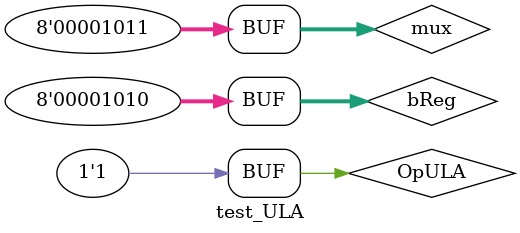
<source format=v>
module test_ULA;
    reg [7:0] bReg;
    reg [7:0] mux;
    reg OpULA;  
    wire Zero;
    wire [7:0] out;
    initial begin
        bReg = 00000000; mux = 00000000; OpULA=0;
        
        #1 bReg = 00000001; 
        mux = 00000001; 
        OpULA=0;
        
        #1 bReg = 00000001; 
        mux = 00000011; 
        OpULA=0;
        
        #1 bReg = 00000001; 
        mux = 00000011; 
        OpULA=1;

        #1 bReg = 00000010; 
        mux = 00000011; 
        OpULA=1;
    end
    initial begin
        $monitor("Time=%0d, in bReg %b, in MUX %b, out resultado %b, out Zero %b, OpULA %b",
                $time, bReg, mux, out, Zero, OpULA);
    end
    ULA gate1(bReg, mux, Zero, out, OpULA);
endmodule
</source>
